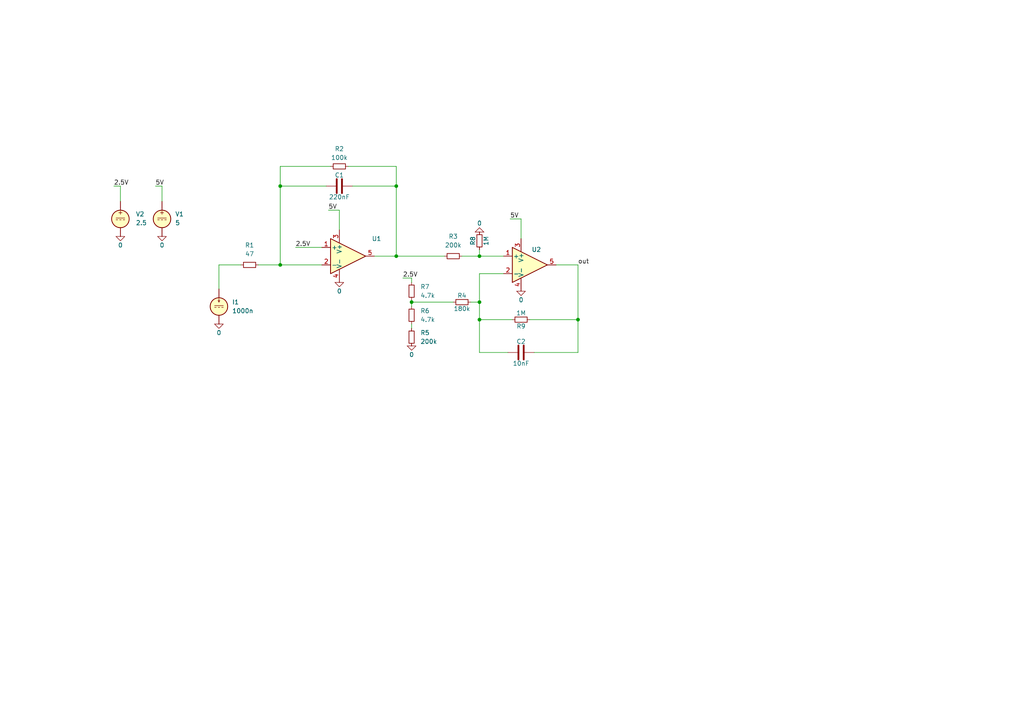
<source format=kicad_sch>
(kicad_sch (version 20231120) (generator "eeschema") (generator_version "8.0")
  (paper "A4")
  (lib_symbols
    (symbol "Device:C" (pin_numbers hide) (pin_names (offset 0.254))
      (property "Reference" "C" (at 0.635 2.54 0))
      (property "Value" "C" (at 0.635 -2.54 0))
      (symbol "C_0_1"
        (polyline (pts (xy -2.032 -0.762) (xy 2.032 -0.762)) (stroke (width 0.508)))
        (polyline (pts (xy -2.032 0.762) (xy 2.032 0.762)) (stroke (width 0.508)))
      )
      (symbol "C_1_1"
        (pin passive line (at 0 3.81 270) (length 2.794) (name "~") (number "1"))
        (pin passive line (at 0 -3.81 90) (length 2.794) (name "~") (number "2"))
      )
    )
    (symbol "Device:R_Small" (pin_numbers hide) (pin_names (offset 0.254) hide)
      (property "Reference" "R" (at 0.762 0.508 0))
      (property "Value" "R_Small" (at 0.762 -1.016 0))
      (symbol "R_Small_0_1"
        (rectangle (start -0.762 1.778) (end 0.762 -1.778) (stroke (width 0.2032)))
      )
      (symbol "R_Small_1_1"
        (pin passive line (at 0 2.54 270) (length 0.762) (name "~") (number "1"))
        (pin passive line (at 0 -2.54 90) (length 0.762) (name "~") (number "2"))
      )
    )
    (symbol "Simulation_SPICE:0" (power) (pin_numbers hide) (pin_names (offset 0) hide)
      (property "Value" "0" (at 0 -2.54 0))
      (symbol "0_0_1"
        (polyline (pts (xy -1.27 0) (xy 0 -1.27) (xy 1.27 0) (xy -1.27 0)))
      )
      (symbol "0_1_1"
        (pin power_in line (at 0 0 0) (length 0) (name "~") (number "1"))
      )
    )
    (symbol "Simulation_SPICE:IDC" (pin_numbers hide) (pin_names (offset 0.0254))
      (property "Reference" "I" (at 2.54 2.54 0))
      (property "Value" "1" (at 2.54 0 0))
      (symbol "IDC_0_0"
        (polyline (pts (xy -1.27 0.254) (xy 1.27 0.254)))
        (polyline (pts (xy -0.762 -0.254) (xy -1.27 -0.254)))
        (polyline (pts (xy 0.254 -0.254) (xy -0.254 -0.254)))
        (polyline (pts (xy 1.27 -0.254) (xy 0.762 -0.254)))
      )
      (symbol "IDC_0_1"
        (polyline (pts (xy 0 1.27) (xy 0 2.286)))
        (polyline (pts (xy -0.254 1.778) (xy 0 1.27) (xy 0.254 1.778)))
        (circle (center 0 0) (radius 2.54) (stroke (width 0.254)) (fill (type background)))
      )
      (symbol "IDC_1_1"
        (pin passive line (at 0 5.08 270) (length 2.54) (name "~") (number "1"))
        (pin passive line (at 0 -5.08 90) (length 2.54) (name "~") (number "2"))
      )
    )
    (symbol "Simulation_SPICE:OPAMP" (pin_names (offset 0.254))
      (property "Reference" "U" (at 3.81 3.175 0))
      (property "Value" "${SIM.PARAMS}" (at 3.81 -3.175 0))
      (symbol "OPAMP_0_1"
        (polyline (pts (xy 5.08 0) (xy -5.08 5.08) (xy -5.08 -5.08) (xy 5.08 0)) (stroke (width 0.254)) (fill (type background)))
      )
      (symbol "OPAMP_1_1"
        (pin input line (at -7.62 2.54 0) (length 2.54) (name "+") (number "1"))
        (pin input line (at -7.62 -2.54 0) (length 2.54) (name "-") (number "2"))
        (pin power_in line (at -2.54 7.62 270) (length 3.81) (name "V+") (number "3"))
        (pin power_in line (at -2.54 -7.62 90) (length 3.81) (name "V-") (number "4"))
        (pin output line (at 7.62 0 180) (length 2.54) (name "~") (number "5"))
      )
    )
    (symbol "Simulation_SPICE:VDC" (pin_numbers hide) (pin_names (offset 0.0254))
      (property "Reference" "V" (at 2.54 2.54 0))
      (property "Value" "1" (at 2.54 0 0))
      (symbol "VDC_0_0"
        (polyline (pts (xy -1.27 0.254) (xy 1.27 0.254)))
        (polyline (pts (xy -0.762 -0.254) (xy -1.27 -0.254)))
        (polyline (pts (xy 0.254 -0.254) (xy -0.254 -0.254)))
        (polyline (pts (xy 1.27 -0.254) (xy 0.762 -0.254)))
        (text "+" (at 0 1.905 0) (effects (font (size 1.27 1.27))))
      )
      (symbol "VDC_0_1"
        (circle (center 0 0) (radius 2.54) (stroke (width 0.254)) (fill (type background)))
      )
      (symbol "VDC_1_1"
        (pin passive line (at 0 5.08 270) (length 2.54) (name "~") (number "1"))
        (pin passive line (at 0 -5.08 90) (length 2.54) (name "~") (number "2"))
      )
    )
  )
  (junction (at 81.28 76.835))
  (junction (at 81.28 53.975))
  (junction (at 167.64 92.71))
  (junction (at 114.935 53.975))
  (junction (at 139.065 74.295))
  (junction (at 114.935 74.295))
  (junction (at 139.065 92.71))
  (junction (at 139.065 87.63))
  (junction (at 119.38 87.63))
  (wire (pts (xy 151.13 69.215) (xy 151.13 63.5)))
  (wire (pts (xy 114.935 48.26) (xy 114.935 53.975)))
  (wire (pts (xy 167.64 92.71) (xy 167.64 76.835)))
  (wire (pts (xy 136.525 87.63) (xy 139.065 87.63)))
  (wire (pts (xy 81.28 53.975) (xy 94.615 53.975)))
  (wire (pts (xy 139.065 92.71) (xy 139.065 87.63)))
  (wire (pts (xy 119.38 81.915) (xy 119.38 80.645)))
  (wire (pts (xy 100.965 48.26) (xy 114.935 48.26)))
  (wire (pts (xy 114.935 74.295) (xy 108.585 74.295)))
  (wire (pts (xy 34.925 58.42) (xy 34.925 53.975)))
  (wire (pts (xy 63.5 83.82) (xy 63.5 76.835)))
  (wire (pts (xy 81.28 53.975) (xy 81.28 76.835)))
  (wire (pts (xy 147.955 63.5) (xy 151.13 63.5)))
  (wire (pts (xy 74.93 76.835) (xy 81.28 76.835)))
  (wire (pts (xy 63.5 76.835) (xy 69.85 76.835)))
  (wire (pts (xy 98.425 66.675) (xy 98.425 60.96)))
  (wire (pts (xy 161.29 76.835) (xy 167.64 76.835)))
  (wire (pts (xy 114.935 74.295) (xy 128.905 74.295)))
  (wire (pts (xy 153.67 92.71) (xy 167.64 92.71)))
  (wire (pts (xy 95.885 48.26) (xy 81.28 48.26)))
  (wire (pts (xy 119.38 93.98) (xy 119.38 95.25)))
  (wire (pts (xy 147.32 102.235) (xy 139.065 102.235)))
  (wire (pts (xy 46.99 53.975) (xy 45.085 53.975)))
  (wire (pts (xy 139.065 87.63) (xy 139.065 79.375)))
  (wire (pts (xy 33.02 53.975) (xy 34.925 53.975)))
  (wire (pts (xy 139.065 74.295) (xy 146.05 74.295)))
  (wire (pts (xy 133.985 74.295) (xy 139.065 74.295)))
  (wire (pts (xy 102.235 53.975) (xy 114.935 53.975)))
  (wire (pts (xy 154.94 102.235) (xy 167.64 102.235)))
  (wire (pts (xy 139.065 72.39) (xy 139.065 74.295)))
  (wire (pts (xy 148.59 92.71) (xy 139.065 92.71)))
  (wire (pts (xy 119.38 87.63) (xy 119.38 88.9)))
  (wire (pts (xy 119.38 86.995) (xy 119.38 87.63)))
  (wire (pts (xy 95.25 60.96) (xy 98.425 60.96)))
  (wire (pts (xy 119.38 87.63) (xy 131.445 87.63)))
  (wire (pts (xy 81.28 76.835) (xy 93.345 76.835)))
  (wire (pts (xy 139.065 79.375) (xy 146.05 79.375)))
  (wire (pts (xy 114.935 53.975) (xy 114.935 74.295)))
  (wire (pts (xy 81.28 48.26) (xy 81.28 53.975)))
  (wire (pts (xy 116.84 80.645) (xy 119.38 80.645)))
  (wire (pts (xy 167.64 102.235) (xy 167.64 92.71)))
  (wire (pts (xy 46.99 58.42) (xy 46.99 53.975)))
  (wire (pts (xy 85.725 71.755) (xy 93.345 71.755)))
  (wire (pts (xy 139.065 102.235) (xy 139.065 92.71)))
  (label "2.5V" (at 33.02 53.975 0))
  (label "2.5V" (at 116.84 80.645 0))
  (label "2.5V" (at 85.725 71.755 0))
  (label "5V" (at 95.25 60.96 0))
  (label "5V" (at 147.955 63.5 0))
  (label "out" (at 167.64 76.835 0))
  (label "5V" (at 45.085 53.975 0))
  (symbol (lib_id "Simulation_SPICE:0") (at 34.925 68.58 0) (unit 1)
    (property "Reference" "#GND05" (effects (hide yes)))
    (property "Value" "0" (at 34.925 71.12 0))
    (property "Datasheet" "https://ngspice.sourceforge.io/docs/ngspice-html-manual/manual.xhtml#subsec_Circuit_elements__device" (effects (hide yes)))
    (property "Description" "0V reference potential for simulation" (effects (hide yes)))
  )
  (symbol (lib_id "Device:R_Small") (at 139.065 69.85 0) (unit 1)
    (property "Reference" "R8" (at 137.16 69.85 90))
    (property "Value" "1M" (at 140.97 69.85 90))
    (property "Description" "Resistor, small symbol" (effects (hide yes)))
  )
  (symbol (lib_id "Device:R_Small") (at 119.38 97.79 180) (unit 1)
    (property "Reference" "R5" (at 121.92 96.5199 0) (effects (justify right)))
    (property "Value" "200k" (at 121.92 99.0599 0) (effects (justify right)))
    (property "Description" "Resistor, small symbol" (effects (hide yes)))
  )
  (symbol (lib_id "Simulation_SPICE:0") (at 151.13 84.455 0) (unit 1)
    (property "Reference" "#GND04" (effects (hide yes)))
    (property "Value" "0" (at 151.13 86.995 0))
    (property "Datasheet" "https://ngspice.sourceforge.io/docs/ngspice-html-manual/manual.xhtml#subsec_Circuit_elements__device" (effects (hide yes)))
    (property "Description" "0V reference potential for simulation" (effects (hide yes)))
  )
  (symbol (lib_id "Device:R_Small") (at 72.39 76.835 90) (unit 1)
    (property "Reference" "R1" (at 72.39 71.12 90))
    (property "Value" "47" (at 72.39 73.66 90))
    (property "Description" "Resistor, small symbol" (effects (hide yes)))
  )
  (symbol (lib_id "Simulation_SPICE:OPAMP") (at 100.965 74.295 0) (unit 1)
    (property "Reference" "U1" (at 109.22 69.2464 0))
    (property "Value" "${SIM.PARAMS}" (at 109.22 71.1515 0))
    (property "Datasheet" "https://ngspice.sourceforge.io/docs/ngspice-html-manual/manual.xhtml#sec__SUBCKT_Subcircuits" (effects (hide yes)))
    (property "Description" "Operational amplifier, single, node sequence=1:+ 2:- 3:OUT 4:V+ 5:V-" (effects (hide yes)))
    (property "Sim.Pins" "1=in+ 2=in- 3=vcc 4=vee 5=out" (effects (hide yes)))
    (property "Sim.Device" "SUBCKT" (effects (hide yes)))
    (property "Sim.Library" "${KICAD8_SYMBOL_DIR}/Simulation_SPICE.sp" (effects (hide yes)))
    (property "Sim.Name" "kicad_builtin_opamp" (effects (hide yes)))
  )
  (symbol (lib_id "Device:R_Small") (at 119.38 91.44 180) (unit 1)
    (property "Reference" "R6" (at 121.92 90.1699 0) (effects (justify right)))
    (property "Value" "4.7k" (at 121.92 92.7099 0) (effects (justify right)))
    (property "Description" "Resistor, small symbol" (effects (hide yes)))
  )
  (symbol (lib_id "Device:C") (at 151.13 102.235 90) (unit 1)
    (property "Reference" "C2" (at 151.13 99.06 90))
    (property "Value" "10nF" (at 151.13 105.41 90))
    (property "Description" "Unpolarized capacitor" (effects (hide yes)))
  )
  (symbol (lib_id "Simulation_SPICE:0") (at 139.065 67.31 180) (unit 1)
    (property "Reference" "#GND07" (effects (hide yes)))
    (property "Value" "0" (at 139.065 64.77 0))
    (property "Datasheet" "https://ngspice.sourceforge.io/docs/ngspice-html-manual/manual.xhtml#subsec_Circuit_elements__device" (effects (hide yes)))
    (property "Description" "0V reference potential for simulation" (effects (hide yes)))
  )
  (symbol (lib_id "Simulation_SPICE:0") (at 63.5 93.98 0) (unit 1)
    (property "Reference" "#GND01" (effects (hide yes)))
    (property "Value" "0" (at 63.5 96.52 0))
    (property "Datasheet" "https://ngspice.sourceforge.io/docs/ngspice-html-manual/manual.xhtml#subsec_Circuit_elements__device" (effects (hide yes)))
    (property "Description" "0V reference potential for simulation" (effects (hide yes)))
  )
  (symbol (lib_id "Simulation_SPICE:VDC") (at 34.925 63.5 0) (unit 1)
    (property "Reference" "V2" (at 39.37 62.1001 0) (effects (justify left)))
    (property "Value" "2.5" (at 39.37 64.6401 0) (effects (justify left)))
    (property "Datasheet" "https://ngspice.sourceforge.io/docs/ngspice-html-manual/manual.xhtml#sec_Independent_Sources_for" (effects (hide yes)))
    (property "Description" "Voltage source, DC" (effects (hide yes)))
    (property "Sim.Pins" "1=+ 2=-" (effects (hide yes)))
    (property "Sim.Type" "DC" (effects (hide yes)))
    (property "Sim.Device" "V" (effects (hide yes)))
  )
  (symbol (lib_id "Simulation_SPICE:0") (at 98.425 81.915 0) (unit 1)
    (property "Reference" "#GND02" (effects (hide yes)))
    (property "Value" "0" (at 98.425 84.455 0))
    (property "Datasheet" "https://ngspice.sourceforge.io/docs/ngspice-html-manual/manual.xhtml#subsec_Circuit_elements__device" (effects (hide yes)))
    (property "Description" "0V reference potential for simulation" (effects (hide yes)))
  )
  (symbol (lib_id "Device:C") (at 98.425 53.975 90) (unit 1)
    (property "Reference" "C1" (at 98.425 50.8 90))
    (property "Value" "220nF" (at 98.425 57.15 90))
    (property "Description" "Unpolarized capacitor" (effects (hide yes)))
  )
  (symbol (lib_id "Simulation_SPICE:IDC") (at 63.5 88.9 0) (unit 1)
    (property "Reference" "I1" (at 67.31 87.6299 0) (effects (justify left)))
    (property "Value" "1000n" (at 67.31 90.1699 0) (effects (justify left)))
    (property "Datasheet" "https://ngspice.sourceforge.io/docs/ngspice-html-manual/manual.xhtml#sec_Independent_Sources_for" (effects (hide yes)))
    (property "Description" "Current source, DC" (effects (hide yes)))
    (property "Sim.Pins" "1=+ 2=-" (effects (hide yes)))
    (property "Sim.Type" "DC" (effects (hide yes)))
    (property "Sim.Device" "I" (effects (hide yes)))
  )
  (symbol (lib_id "Device:R_Small") (at 119.38 84.455 180) (unit 1)
    (property "Reference" "R7" (at 121.92 83.1849 0) (effects (justify right)))
    (property "Value" "4.7k" (at 121.92 85.7249 0) (effects (justify right)))
    (property "Description" "Resistor, small symbol" (effects (hide yes)))
  )
  (symbol (lib_id "Device:R_Small") (at 98.425 48.26 90) (unit 1)
    (property "Reference" "R2" (at 98.425 43.18 90))
    (property "Value" "100k" (at 98.425 45.72 90))
    (property "Description" "Resistor, small symbol" (effects (hide yes)))
  )
  (symbol (lib_id "Simulation_SPICE:0") (at 119.38 100.33 0) (unit 1)
    (property "Reference" "#GND06" (effects (hide yes)))
    (property "Value" "0" (at 119.38 102.87 0))
    (property "Datasheet" "https://ngspice.sourceforge.io/docs/ngspice-html-manual/manual.xhtml#subsec_Circuit_elements__device" (effects (hide yes)))
    (property "Description" "0V reference potential for simulation" (effects (hide yes)))
  )
  (symbol (lib_id "Device:R_Small") (at 151.13 92.71 90) (unit 1)
    (property "Reference" "R9" (at 151.13 94.615 90))
    (property "Value" "1M" (at 151.13 90.805 90))
    (property "Description" "Resistor, small symbol" (effects (hide yes)))
  )
  (symbol (lib_id "Device:R_Small") (at 133.985 87.63 270) (unit 1)
    (property "Reference" "R4" (at 133.985 85.725 90))
    (property "Value" "180k" (at 133.985 89.535 90))
    (property "Description" "Resistor, small symbol" (effects (hide yes)))
  )
  (symbol (lib_id "Device:R_Small") (at 131.445 74.295 90) (unit 1)
    (property "Reference" "R3" (at 131.445 68.58 90))
    (property "Value" "200k" (at 131.445 71.12 90))
    (property "Description" "Resistor, small symbol" (effects (hide yes)))
  )
  (symbol (lib_id "Simulation_SPICE:OPAMP") (at 153.67 76.835 0) (unit 1)
    (property "Reference" "U2" (at 155.575 72.39 0))
    (property "Value" "${SIM.PARAMS}" (at 161.925 73.6915 0))
    (property "Datasheet" "https://ngspice.sourceforge.io/docs/ngspice-html-manual/manual.xhtml#sec__SUBCKT_Subcircuits" (effects (hide yes)))
    (property "Description" "Operational amplifier, single, node sequence=1:+ 2:- 3:OUT 4:V+ 5:V-" (effects (hide yes)))
    (property "Sim.Pins" "1=in+ 2=in- 3=vcc 4=vee 5=out" (effects (hide yes)))
    (property "Sim.Device" "SUBCKT" (effects (hide yes)))
    (property "Sim.Library" "${KICAD8_SYMBOL_DIR}/Simulation_SPICE.sp" (effects (hide yes)))
    (property "Sim.Name" "kicad_builtin_opamp" (effects (hide yes)))
  )
  (symbol (lib_id "Simulation_SPICE:VDC") (at 46.99 63.5 0) (unit 1)
    (property "Reference" "V1" (at 50.8 62.1001 0) (effects (justify left)))
    (property "Value" "5" (at 50.8 64.6401 0) (effects (justify left)))
    (property "Datasheet" "https://ngspice.sourceforge.io/docs/ngspice-html-manual/manual.xhtml#sec_Independent_Sources_for" (effects (hide yes)))
    (property "Description" "Voltage source, DC" (effects (hide yes)))
    (property "Sim.Pins" "1=+ 2=-" (effects (hide yes)))
    (property "Sim.Type" "DC" (effects (hide yes)))
    (property "Sim.Device" "V" (effects (hide yes)))
  )
  (symbol (lib_id "Simulation_SPICE:0") (at 46.99 68.58 0) (unit 1)
    (property "Reference" "#GND03" (effects (hide yes)))
    (property "Value" "0" (at 46.99 71.12 0))
    (property "Datasheet" "https://ngspice.sourceforge.io/docs/ngspice-html-manual/manual.xhtml#subsec_Circuit_elements__device" (effects (hide yes)))
    (property "Description" "0V reference potential for simulation" (effects (hide yes)))
  )
)
</source>
